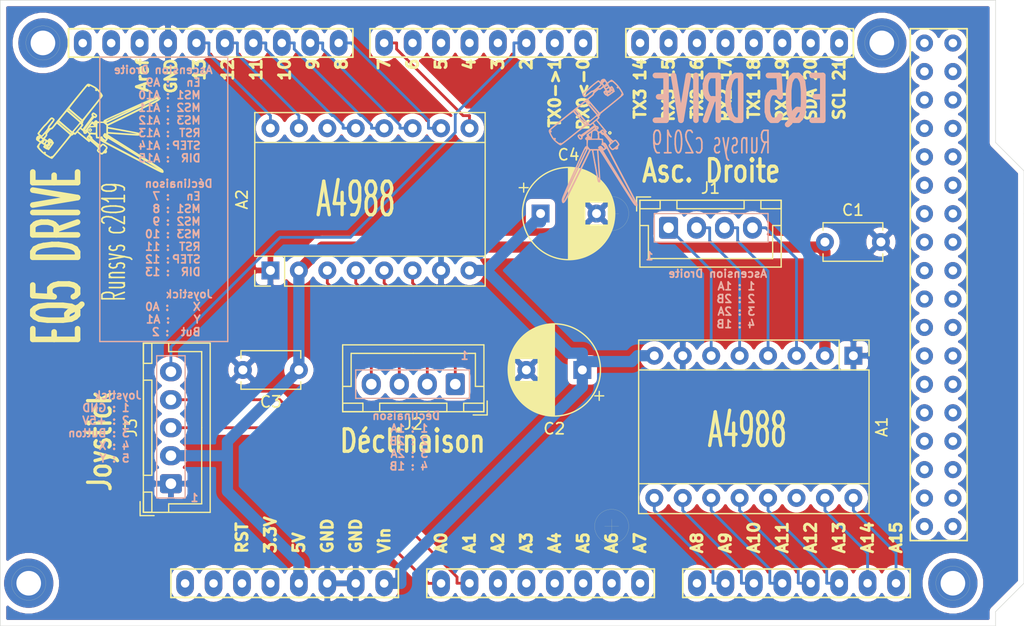
<source format=kicad_pcb>
(kicad_pcb (version 20171130) (host pcbnew 5.1.5-52549c5~84~ubuntu18.04.1)
  (layers (0 F.Cu signal) (31 B.Cu signal) (34 B.Paste user hide) (35 F.Paste user hide) (36 B.SilkS user) (37 F.SilkS user) (38 B.Mask user) (39 F.Mask user) (44 Edge.Cuts user))
  (net 0 "")
  (net 1 "Net-(SH1-Pad19)")
  (net 2 "Net-(SH1-Pad18)")
  (net 3 "Net-(SH1-Pad17)")
  (net 4 "Net-(SH1-Pad16)")
  (net 5 "Net-(SH1-Pad15)")
  (net 6 "Net-(SH1-Pad14)")
  (net 7 /13)
  (net 8 /12)
  (net 9 /11)
  (net 10 /10)
  (net 11 /9)
  (net 12 /8)
  (net 13 /7)
  (net 14 "Net-(SH1-Pad6)")
  (net 15 "Net-(SH1-Pad5)")
  (net 16 "Net-(SH1-Pad4)")
  (net 17 "Net-(SH1-Pad3)")
  (net 18 "Net-(SH1-Pad1)")
  (net 19 /A15)
  (net 20 /A14)
  (net 21 /A13)
  (net 22 /A12)
  (net 23 /A11)
  (net 24 /A10)
  (net 25 /A9)
  (net 26 "Net-(SH1-PadA8)")
  (net 27 "Net-(SH1-PadA7)")
  (net 28 "Net-(SH1-PadA6)")
  (net 29 "Net-(SH1-PadA5)")
  (net 30 "Net-(SH1-PadA4)")
  (net 31 "Net-(SH1-PadA3)")
  (net 32 "Net-(SH1-PadA2)")
  (net 33 "Net-(SH1-Pad21/2)")
  (net 34 "Net-(SH1-Pad20/2)")
  (net 35 "Net-(SH1-PadAREF)")
  (net 36 "Net-(SH1-Pad0)")
  (net 37 "Net-(SH1-Pad20/1)")
  (net 38 "Net-(SH1-Pad21/1)")
  (net 39 "Net-(SH1-Pad5V/3)")
  (net 40 "Net-(SH1-Pad5V/2)")
  (net 41 "Net-(SH1-Pad49)")
  (net 42 "Net-(SH1-Pad48)")
  (net 43 "Net-(SH1-Pad47)")
  (net 44 "Net-(SH1-Pad46)")
  (net 45 "Net-(SH1-Pad45)")
  (net 46 "Net-(SH1-Pad44)")
  (net 47 "Net-(SH1-Pad43)")
  (net 48 "Net-(SH1-Pad42)")
  (net 49 "Net-(SH1-Pad41)")
  (net 50 "Net-(SH1-Pad40)")
  (net 51 "Net-(SH1-Pad39)")
  (net 52 "Net-(SH1-Pad38)")
  (net 53 "Net-(SH1-Pad37)")
  (net 54 "Net-(SH1-Pad36)")
  (net 55 "Net-(SH1-Pad35)")
  (net 56 "Net-(SH1-Pad34)")
  (net 57 "Net-(SH1-Pad33)")
  (net 58 "Net-(SH1-Pad32)")
  (net 59 "Net-(SH1-Pad31)")
  (net 60 "Net-(SH1-Pad30)")
  (net 61 "Net-(SH1-Pad29)")
  (net 62 "Net-(SH1-Pad28)")
  (net 63 "Net-(SH1-Pad27)")
  (net 64 "Net-(SH1-Pad26)")
  (net 65 "Net-(SH1-Pad25)")
  (net 66 "Net-(SH1-Pad24)")
  (net 67 "Net-(SH1-Pad23)")
  (net 68 "Net-(SH1-Pad22)")
  (net 69 "Net-(SH1-Pad53)")
  (net 70 "Net-(SH1-Pad52)")
  (net 71 "Net-(SH1-Pad51)")
  (net 72 "Net-(SH1-Pad50)")
  (net 73 "Net-(SH1-PadGND4)")
  (net 74 "Net-(SH1-Pad3V3)")
  (net 75 "Net-(SH1-PadRST)")
  (net 76 "Net-(SH1-PadIREF)")
  (net 77 "Net-(SH1-PadNC)")
  (net 78 "Net-(A1-Pad3)")
  (net 79 "Net-(A1-Pad4)")
  (net 80 "Net-(A1-Pad5)")
  (net 81 "Net-(A1-Pad6)")
  (net 82 "Net-(A1-Pad14)")
  (net 83 "Net-(A2-Pad3)")
  (net 84 "Net-(A2-Pad4)")
  (net 85 "Net-(A2-Pad5)")
  (net 86 "Net-(A2-Pad6)")
  (net 87 "Net-(A2-Pad14)")
  (net 88 GND)
  (net 89 +5V)
  (net 90 +12V)
  (net 91 "Net-(J3-Pad3)")
  (net 92 "Net-(J3-Pad4)")
  (net 93 "Net-(J3-Pad5)")
  (module Connector_JST:JST_XH_B5B-XH-A_1x05_P2.50mm_Vertical (layer F.Cu) (at 106.68 105.41 90)
    (fp_text reference J3 (at 5 -3.55 90) (layer F.SilkS))
    (fp_text value Conn_01x05_Male)
    (pad 5 thru_hole oval (at 10 0 90) (size 1.7 1.95) (drill 0.95) (layers *.Cu *.Mask) (net 93 "Net-(J3-Pad5)"))
    (pad 4 thru_hole oval (at 7.5 0 90) (size 1.7 1.95) (drill 0.95) (layers *.Cu *.Mask) (net 92 "Net-(J3-Pad4)"))
    (pad 3 thru_hole oval (at 5 0 90) (size 1.7 1.95) (drill 0.95) (layers *.Cu *.Mask) (net 91 "Net-(J3-Pad3)"))
    (pad 2 thru_hole oval (at 2.5 0 90) (size 1.7 1.95) (drill 0.95) (layers *.Cu *.Mask) (net 89 +5V))
    (pad 1 thru_hole roundrect (at 0 0 90) (size 1.7 1.95) (drill 0.95) (layers *.Cu *.Mask) (roundrect_rratio 0.147059) (net 88 GND))
  )
  (module Connector_JST:JST_XH_B4B-XH-A_1x04_P2.50mm_Vertical (layer F.Cu) (at 132.08 96.52 180)
    (fp_text reference J2 (at 3.75 -3.55) (layer F.SilkS))
    (fp_text value Conn_01x04_Male)
    (pad 4 thru_hole oval (at 7.5 0 180) (size 1.7 1.95) (drill 0.95) (layers *.Cu *.Mask) (net 83 "Net-(A2-Pad3)"))
    (pad 3 thru_hole oval (at 5 0 180) (size 1.7 1.95) (drill 0.95) (layers *.Cu *.Mask) (net 84 "Net-(A2-Pad4)"))
    (pad 2 thru_hole oval (at 2.5 0 180) (size 1.7 1.95) (drill 0.95) (layers *.Cu *.Mask) (net 85 "Net-(A2-Pad5)"))
    (pad 1 thru_hole roundrect (at 0 0 180) (size 1.7 1.95) (drill 0.95) (layers *.Cu *.Mask) (roundrect_rratio 0.147059) (net 86 "Net-(A2-Pad6)"))
  )
  (module Connector_JST:JST_XH_B4B-XH-A_1x04_P2.50mm_Vertical (layer F.Cu) (at 151.13 82.55)
    (fp_text reference J1 (at 3.75 -3.55) (layer F.SilkS))
    (fp_text value Conn_01x04_Male)
    (pad 4 thru_hole oval (at 7.5 0) (size 1.7 1.95) (drill 0.95) (layers *.Cu *.Mask) (net 78 "Net-(A1-Pad3)"))
    (pad 3 thru_hole oval (at 5 0) (size 1.7 1.95) (drill 0.95) (layers *.Cu *.Mask) (net 79 "Net-(A1-Pad4)"))
    (pad 2 thru_hole oval (at 2.5 0) (size 1.7 1.95) (drill 0.95) (layers *.Cu *.Mask) (net 80 "Net-(A1-Pad5)"))
    (pad 1 thru_hole roundrect (at 0 0) (size 1.7 1.95) (drill 0.95) (layers *.Cu *.Mask) (roundrect_rratio 0.147059) (net 81 "Net-(A1-Pad6)"))
  )
  (module Capacitor_THT:C_Disc_D5.1mm_W3.2mm_P5.00mm (layer F.Cu) (at 118.11 95.25 180)
    (fp_text reference C3 (at 2.5 -2.85) (layer F.SilkS))
    (fp_text value 100n)
    (pad 2 thru_hole circle (at 5 0 180) (size 1.6 1.6) (drill 0.8) (layers *.Cu *.Mask) (net 88 GND))
    (pad 1 thru_hole circle (at 0 0 180) (size 1.6 1.6) (drill 0.8) (layers *.Cu *.Mask) (net 89 +5V))
  )
  (module Capacitor_THT:C_Disc_D5.1mm_W3.2mm_P5.00mm (layer F.Cu) (at 165.1 83.82)
    (fp_text reference C1 (at 2.5 -2.85) (layer F.SilkS))
    (fp_text value 100n)
    (pad 2 thru_hole circle (at 5 0) (size 1.6 1.6) (drill 0.8) (layers *.Cu *.Mask) (net 88 GND))
    (pad 1 thru_hole circle (at 0 0) (size 1.6 1.6) (drill 0.8) (layers *.Cu *.Mask) (net 89 +5V))
  )
  (module logo:tele (layer F.Cu) (at 146.05 74.93)
    (fp_text reference G1 hide)
    (fp_text value LOGO hide)
  )
  (module logo:tele (layer F.Cu) (at 100.33 73.66 90)
    (fp_text reference G0 hide)
    (fp_text value LOGO hide)
  )
  (module Capacitor_THT:CP_Radial_D8.0mm_P5.00mm (layer F.Cu) (at 139.7 81.28)
    (fp_text reference C4 (at 2.5 -5.25) (layer F.SilkS))
    (fp_text value 100u)
    (pad 2 thru_hole circle (at 5 0) (size 1.6 1.6) (drill 0.8) (layers *.Cu *.Mask) (net 88 GND))
    (pad 1 thru_hole rect (at 0 0) (size 1.6 1.6) (drill 0.8) (layers *.Cu *.Mask) (net 90 +12V))
  )
  (module Capacitor_THT:CP_Radial_D8.0mm_P5.00mm (layer F.Cu) (at 143.43 95.25 180)
    (fp_text reference C2 (at 2.5 -5.25) (layer F.SilkS))
    (fp_text value 100u)
    (pad 2 thru_hole circle (at 5 0 180) (size 1.6 1.6) (drill 0.8) (layers *.Cu *.Mask) (net 88 GND))
    (pad 1 thru_hole rect (at 0 0 180) (size 1.6 1.6) (drill 0.8) (layers *.Cu *.Mask) (net 90 +12V))
  )
  (module MountingHole:MountingHole_2.2mm_M2_Pad (layer F.Cu) (at 176.53 114.3)
    (fp_text reference REF2 hide)
    (fp_text value MountingHole_2.2mm_M2_Pad)
    (pad 1 thru_hole circle (at 0 0) (size 4.4 4.4) (drill 2.2) (layers *.Cu *.Mask))
  )
  (module MountingHole:MountingHole_2.2mm_M2_Pad (layer F.Cu) (at 170.18 66.04)
    (fp_text reference REF3 hide)
    (fp_text value MountingHole_2.2mm_M2_Pad)
    (pad 1 thru_hole circle (at 0 0) (size 4.4 4.4) (drill 2.2) (layers *.Cu *.Mask))
  )
  (module MountingHole:MountingHole_2.2mm_M2_Pad (layer F.Cu) (at 93.98 114.3)
    (fp_text reference REF1 hide)
    (fp_text value MountingHole_2.2mm_M2_Pad)
    (pad 1 thru_hole circle (at 0 0) (size 4.4 4.4) (drill 2.2) (layers *.Cu *.Mask))
  )
  (module MountingHole:MountingHole_2.2mm_M2_Pad (layer F.Cu) (at 95.25 66.04)
    (fp_text reference REF** hide)
    (fp_text value MountingHole_2.2mm_M2_Pad)
    (pad 1 thru_hole circle (at 0 0) (size 4.4 4.4) (drill 2.2) (layers *.Cu *.Mask))
  )
  (module Modules:Pololu_Breakout-16_15.2x20.3mm (layer F.Cu) (at 115.57 86.36 90)
    (fp_text reference A2 (at 6.35 -2.54 90) (layer F.SilkS))
    (fp_text value Pololu_Breakout_A4988)
    (pad 1 thru_hole rect (at 0 0 90) (size 1.6 1.6) (drill 0.8) (layers *.Cu *.Mask) (net 88 GND))
    (pad 9 thru_hole oval (at 12.7 17.78 90) (size 1.6 1.6) (drill 0.8) (layers *.Cu *.Mask) (net 13 /7))
    (pad 2 thru_hole oval (at 0 2.54 90) (size 1.6 1.6) (drill 0.8) (layers *.Cu *.Mask) (net 89 +5V))
    (pad 10 thru_hole oval (at 12.7 15.24 90) (size 1.6 1.6) (drill 0.8) (layers *.Cu *.Mask) (net 12 /8))
    (pad 3 thru_hole oval (at 0 5.08 90) (size 1.6 1.6) (drill 0.8) (layers *.Cu *.Mask) (net 83 "Net-(A2-Pad3)"))
    (pad 11 thru_hole oval (at 12.7 12.7 90) (size 1.6 1.6) (drill 0.8) (layers *.Cu *.Mask) (net 11 /9))
    (pad 4 thru_hole oval (at 0 7.62 90) (size 1.6 1.6) (drill 0.8) (layers *.Cu *.Mask) (net 84 "Net-(A2-Pad4)"))
    (pad 12 thru_hole oval (at 12.7 10.16 90) (size 1.6 1.6) (drill 0.8) (layers *.Cu *.Mask) (net 10 /10))
    (pad 5 thru_hole oval (at 0 10.16 90) (size 1.6 1.6) (drill 0.8) (layers *.Cu *.Mask) (net 85 "Net-(A2-Pad5)"))
    (pad 13 thru_hole oval (at 12.7 7.62 90) (size 1.6 1.6) (drill 0.8) (layers *.Cu *.Mask) (net 9 /11))
    (pad 6 thru_hole oval (at 0 12.7 90) (size 1.6 1.6) (drill 0.8) (layers *.Cu *.Mask) (net 86 "Net-(A2-Pad6)"))
    (pad 14 thru_hole oval (at 12.7 5.08 90) (size 1.6 1.6) (drill 0.8) (layers *.Cu *.Mask) (net 87 "Net-(A2-Pad14)"))
    (pad 7 thru_hole oval (at 0 15.24 90) (size 1.6 1.6) (drill 0.8) (layers *.Cu *.Mask) (net 88 GND))
    (pad 15 thru_hole oval (at 12.7 2.54 90) (size 1.6 1.6) (drill 0.8) (layers *.Cu *.Mask) (net 8 /12))
    (pad 8 thru_hole oval (at 0 17.78 90) (size 1.6 1.6) (drill 0.8) (layers *.Cu *.Mask) (net 90 +12V))
    (pad 16 thru_hole oval (at 12.7 0 90) (size 1.6 1.6) (drill 0.8) (layers *.Cu *.Mask) (net 7 /13))
  )
  (module Modules:Pololu_Breakout-16_15.2x20.3mm (layer F.Cu) (at 167.64 93.98 270)
    (fp_text reference A1 (at 6.35 -2.54 90) (layer F.SilkS))
    (fp_text value Pololu_Breakout_A4988)
    (pad 1 thru_hole rect (at 0 0 270) (size 1.6 1.6) (drill 0.8) (layers *.Cu *.Mask) (net 88 GND))
    (pad 9 thru_hole oval (at 12.7 17.78 270) (size 1.6 1.6) (drill 0.8) (layers *.Cu *.Mask) (net 25 /A9))
    (pad 2 thru_hole oval (at 0 2.54 270) (size 1.6 1.6) (drill 0.8) (layers *.Cu *.Mask) (net 89 +5V))
    (pad 10 thru_hole oval (at 12.7 15.24 270) (size 1.6 1.6) (drill 0.8) (layers *.Cu *.Mask) (net 24 /A10))
    (pad 3 thru_hole oval (at 0 5.08 270) (size 1.6 1.6) (drill 0.8) (layers *.Cu *.Mask) (net 78 "Net-(A1-Pad3)"))
    (pad 11 thru_hole oval (at 12.7 12.7 270) (size 1.6 1.6) (drill 0.8) (layers *.Cu *.Mask) (net 23 /A11))
    (pad 4 thru_hole oval (at 0 7.62 270) (size 1.6 1.6) (drill 0.8) (layers *.Cu *.Mask) (net 79 "Net-(A1-Pad4)"))
    (pad 12 thru_hole oval (at 12.7 10.16 270) (size 1.6 1.6) (drill 0.8) (layers *.Cu *.Mask) (net 22 /A12))
    (pad 5 thru_hole oval (at 0 10.16 270) (size 1.6 1.6) (drill 0.8) (layers *.Cu *.Mask) (net 80 "Net-(A1-Pad5)"))
    (pad 13 thru_hole oval (at 12.7 7.62 270) (size 1.6 1.6) (drill 0.8) (layers *.Cu *.Mask) (net 21 /A13))
    (pad 6 thru_hole oval (at 0 12.7 270) (size 1.6 1.6) (drill 0.8) (layers *.Cu *.Mask) (net 81 "Net-(A1-Pad6)"))
    (pad 14 thru_hole oval (at 12.7 5.08 270) (size 1.6 1.6) (drill 0.8) (layers *.Cu *.Mask) (net 82 "Net-(A1-Pad14)"))
    (pad 7 thru_hole oval (at 0 15.24 270) (size 1.6 1.6) (drill 0.8) (layers *.Cu *.Mask) (net 88 GND))
    (pad 15 thru_hole oval (at 12.7 2.54 270) (size 1.6 1.6) (drill 0.8) (layers *.Cu *.Mask) (net 20 /A14))
    (pad 8 thru_hole oval (at 0 17.78 270) (size 1.6 1.6) (drill 0.8) (layers *.Cu *.Mask) (net 90 +12V))
    (pad 16 thru_hole oval (at 12.7 0 270) (size 1.6 1.6) (drill 0.8) (layers *.Cu *.Mask) (net 19 /A15))
  )
  (module SHIELD_ARDUINO:ARDUINO_MEGA_2560_R3_ELL (layer F.Cu) (at 130.81 90.17)
    (fp_text reference SH1 hide)
    (fp_text value ARDUINO_MEGA hide)
    (pad 19 thru_hole oval (at 30.48 -24.13) (size 1.5748 2.286) (drill 0.762) (layers *.Cu *.Mask) (net 1 "Net-(SH1-Pad19)"))
    (pad 18 thru_hole oval (at 27.94 -24.13) (size 1.5748 2.286) (drill 0.762) (layers *.Cu *.Mask) (net 2 "Net-(SH1-Pad18)"))
    (pad 17 thru_hole oval (at 25.4 -24.13) (size 1.5748 2.286) (drill 0.762) (layers *.Cu *.Mask) (net 3 "Net-(SH1-Pad17)"))
    (pad 16 thru_hole oval (at 22.86 -24.13) (size 1.5748 2.286) (drill 0.762) (layers *.Cu *.Mask) (net 4 "Net-(SH1-Pad16)"))
    (pad 15 thru_hole oval (at 20.32 -24.13) (size 1.5748 2.286) (drill 0.762) (layers *.Cu *.Mask) (net 5 "Net-(SH1-Pad15)"))
    (pad 14 thru_hole oval (at 17.78 -24.13) (size 1.5748 2.286) (drill 0.762) (layers *.Cu *.Mask) (net 6 "Net-(SH1-Pad14)"))
    (pad 13 thru_hole oval (at -21.844 -24.13) (size 1.5748 2.286) (drill 0.762) (layers *.Cu *.Mask) (net 7 /13))
    (pad 12 thru_hole oval (at -19.304 -24.13) (size 1.5748 2.286) (drill 0.762) (layers *.Cu *.Mask) (net 8 /12))
    (pad 11 thru_hole oval (at -16.764 -24.13) (size 1.5748 2.286) (drill 0.762) (layers *.Cu *.Mask) (net 9 /11))
    (pad 10 thru_hole oval (at -14.224 -24.13) (size 1.5748 2.286) (drill 0.762) (layers *.Cu *.Mask) (net 10 /10))
    (pad 9 thru_hole oval (at -11.684 -24.13) (size 1.5748 2.286) (drill 0.762) (layers *.Cu *.Mask) (net 11 /9))
    (pad 8 thru_hole oval (at -9.144 -24.13) (size 1.5748 2.286) (drill 0.762) (layers *.Cu *.Mask) (net 12 /8))
    (pad 7 thru_hole oval (at -5.08 -24.13) (size 1.5748 2.286) (drill 0.762) (layers *.Cu *.Mask) (net 13 /7))
    (pad 6 thru_hole oval (at -2.54 -24.13) (size 1.5748 2.286) (drill 0.762) (layers *.Cu *.Mask) (net 14 "Net-(SH1-Pad6)"))
    (pad 5 thru_hole oval (at 0 -24.13) (size 1.5748 2.286) (drill 0.762) (layers *.Cu *.Mask) (net 15 "Net-(SH1-Pad5)"))
    (pad 4 thru_hole oval (at 2.54 -24.13) (size 1.5748 2.286) (drill 0.762) (layers *.Cu *.Mask) (net 16 "Net-(SH1-Pad4)"))
    (pad 3 thru_hole oval (at 5.08 -24.13) (size 1.5748 2.286) (drill 0.762) (layers *.Cu *.Mask) (net 17 "Net-(SH1-Pad3)"))
    (pad 2 thru_hole oval (at 7.62 -24.13) (size 1.5748 2.286) (drill 0.762) (layers *.Cu *.Mask) (net 93 "Net-(J3-Pad5)"))
    (pad 1 thru_hole oval (at 10.16 -24.13) (size 1.5748 2.286) (drill 0.762) (layers *.Cu *.Mask) (net 18 "Net-(SH1-Pad1)"))
    (pad A15 thru_hole oval (at 40.64 24.13) (size 1.5748 2.286) (drill 0.762) (layers *.Cu *.Mask) (net 19 /A15))
    (pad A14 thru_hole oval (at 38.1 24.13) (size 1.5748 2.286) (drill 0.762) (layers *.Cu *.Mask) (net 20 /A14))
    (pad A13 thru_hole oval (at 35.56 24.13) (size 1.5748 2.286) (drill 0.762) (layers *.Cu *.Mask) (net 21 /A13))
    (pad A12 thru_hole oval (at 33.02 24.13) (size 1.5748 2.286) (drill 0.762) (layers *.Cu *.Mask) (net 22 /A12))
    (pad A11 thru_hole oval (at 30.48 24.13) (size 1.5748 2.286) (drill 0.762) (layers *.Cu *.Mask) (net 23 /A11))
    (pad A10 thru_hole oval (at 27.94 24.13) (size 1.5748 2.286) (drill 0.762) (layers *.Cu *.Mask) (net 24 /A10))
    (pad A9 thru_hole oval (at 25.4 24.13) (size 1.5748 2.286) (drill 0.762) (layers *.Cu *.Mask) (net 25 /A9))
    (pad A8 thru_hole oval (at 22.86 24.13) (size 1.5748 2.286) (drill 0.762) (layers *.Cu *.Mask) (net 26 "Net-(SH1-PadA8)"))
    (pad A7 thru_hole oval (at 17.78 24.13) (size 1.5748 2.286) (drill 0.762) (layers *.Cu *.Mask) (net 27 "Net-(SH1-PadA7)"))
    (pad A6 thru_hole oval (at 15.24 24.13) (size 1.5748 2.286) (drill 0.762) (layers *.Cu *.Mask) (net 28 "Net-(SH1-PadA6)"))
    (pad A5 thru_hole oval (at 12.7 24.13) (size 1.5748 2.286) (drill 0.762) (layers *.Cu *.Mask) (net 29 "Net-(SH1-PadA5)"))
    (pad A4 thru_hole oval (at 10.16 24.13) (size 1.5748 2.286) (drill 0.762) (layers *.Cu *.Mask) (net 30 "Net-(SH1-PadA4)"))
    (pad A3 thru_hole oval (at 7.62 24.13) (size 1.5748 2.286) (drill 0.762) (layers *.Cu *.Mask) (net 31 "Net-(SH1-PadA3)"))
    (pad A2 thru_hole oval (at 5.08 24.13) (size 1.5748 2.286) (drill 0.762) (layers *.Cu *.Mask) (net 32 "Net-(SH1-PadA2)"))
    (pad A1 thru_hole oval (at 2.54 24.13) (size 1.5748 2.286) (drill 0.762) (layers *.Cu *.Mask) (net 92 "Net-(J3-Pad4)"))
    (pad 21/2 thru_hole oval (at -32.004 -24.1173) (size 1.5748 2.286) (drill 0.762) (layers *.Cu *.Mask) (net 33 "Net-(SH1-Pad21/2)"))
    (pad 20/2 thru_hole oval (at -29.464 -24.1173) (size 1.5748 2.286) (drill 0.762) (layers *.Cu *.Mask) (net 34 "Net-(SH1-Pad20/2)"))
    (pad AREF thru_hole oval (at -26.924 -24.1173) (size 1.5748 2.286) (drill 0.762) (layers *.Cu *.Mask) (net 35 "Net-(SH1-PadAREF)"))
    (pad GND3 thru_hole oval (at -24.384 -24.1173) (size 1.5748 2.286) (drill 0.762) (layers *.Cu *.Mask) (net 88 GND))
    (pad 0 thru_hole oval (at 12.7 -24.1173) (size 1.5748 2.286) (drill 0.762) (layers *.Cu *.Mask) (net 36 "Net-(SH1-Pad0)"))
    (pad 20/1 thru_hole oval (at 33.02 -24.1173) (size 1.5748 2.286) (drill 0.762) (layers *.Cu *.Mask) (net 37 "Net-(SH1-Pad20/1)"))
    (pad 21/1 thru_hole oval (at 35.56 -24.1173) (size 1.5748 2.286) (drill 0.762) (layers *.Cu *.Mask) (net 38 "Net-(SH1-Pad21/1)"))
    (pad 5V/3 thru_hole circle (at 45.72 -24.1173) (size 1.524 1.524) (drill 0.762) (layers *.Cu *.Mask) (net 39 "Net-(SH1-Pad5V/3)"))
    (pad 5V/2 thru_hole circle (at 43.18 -24.1173) (size 1.524 1.524) (drill 0.762) (layers *.Cu *.Mask) (net 40 "Net-(SH1-Pad5V/2)"))
    (pad 49 thru_hole circle (at 45.72 11.4427) (size 1.524 1.524) (drill 0.762) (layers *.Cu *.Mask) (net 41 "Net-(SH1-Pad49)"))
    (pad 48 thru_hole circle (at 43.18 11.4427) (size 1.524 1.524) (drill 0.762) (layers *.Cu *.Mask) (net 42 "Net-(SH1-Pad48)"))
    (pad 47 thru_hole circle (at 45.72 8.9027) (size 1.524 1.524) (drill 0.762) (layers *.Cu *.Mask) (net 43 "Net-(SH1-Pad47)"))
    (pad 46 thru_hole circle (at 43.18 8.9027) (size 1.524 1.524) (drill 0.762) (layers *.Cu *.Mask) (net 44 "Net-(SH1-Pad46)"))
    (pad 45 thru_hole circle (at 45.72 6.3627) (size 1.524 1.524) (drill 0.762) (layers *.Cu *.Mask) (net 45 "Net-(SH1-Pad45)"))
    (pad 44 thru_hole circle (at 43.18 6.3627) (size 1.524 1.524) (drill 0.762) (layers *.Cu *.Mask) (net 46 "Net-(SH1-Pad44)"))
    (pad 43 thru_hole circle (at 45.72 3.8227) (size 1.524 1.524) (drill 0.762) (layers *.Cu *.Mask) (net 47 "Net-(SH1-Pad43)"))
    (pad 42 thru_hole circle (at 43.18 3.8227) (size 1.524 1.524) (drill 0.762) (layers *.Cu *.Mask) (net 48 "Net-(SH1-Pad42)"))
    (pad 41 thru_hole circle (at 45.72 1.2827) (size 1.524 1.524) (drill 0.762) (layers *.Cu *.Mask) (net 49 "Net-(SH1-Pad41)"))
    (pad 40 thru_hole circle (at 43.18 1.2827) (size 1.524 1.524) (drill 0.762) (layers *.Cu *.Mask) (net 50 "Net-(SH1-Pad40)"))
    (pad 39 thru_hole circle (at 45.72 -1.2573) (size 1.524 1.524) (drill 0.762) (layers *.Cu *.Mask) (net 51 "Net-(SH1-Pad39)"))
    (pad 38 thru_hole circle (at 43.18 -1.2573) (size 1.524 1.524) (drill 0.762) (layers *.Cu *.Mask) (net 52 "Net-(SH1-Pad38)"))
    (pad 37 thru_hole circle (at 45.72 -3.7973) (size 1.524 1.524) (drill 0.762) (layers *.Cu *.Mask) (net 53 "Net-(SH1-Pad37)"))
    (pad 36 thru_hole circle (at 43.18 -3.7973) (size 1.524 1.524) (drill 0.762) (layers *.Cu *.Mask) (net 54 "Net-(SH1-Pad36)"))
    (pad 35 thru_hole circle (at 45.72 -6.3373) (size 1.524 1.524) (drill 0.762) (layers *.Cu *.Mask) (net 55 "Net-(SH1-Pad35)"))
    (pad 34 thru_hole circle (at 43.18 -6.3373) (size 1.524 1.524) (drill 0.762) (layers *.Cu *.Mask) (net 56 "Net-(SH1-Pad34)"))
    (pad 33 thru_hole circle (at 45.72 -8.8773) (size 1.524 1.524) (drill 0.762) (layers *.Cu *.Mask) (net 57 "Net-(SH1-Pad33)"))
    (pad 32 thru_hole circle (at 43.18 -8.8773) (size 1.524 1.524) (drill 0.762) (layers *.Cu *.Mask) (net 58 "Net-(SH1-Pad32)"))
    (pad 31 thru_hole circle (at 45.72 -11.4173) (size 1.524 1.524) (drill 0.762) (layers *.Cu *.Mask) (net 59 "Net-(SH1-Pad31)"))
    (pad 30 thru_hole circle (at 43.18 -11.4173) (size 1.524 1.524) (drill 0.762) (layers *.Cu *.Mask) (net 60 "Net-(SH1-Pad30)"))
    (pad 29 thru_hole circle (at 45.72 -13.9573) (size 1.524 1.524) (drill 0.762) (layers *.Cu *.Mask) (net 61 "Net-(SH1-Pad29)"))
    (pad 28 thru_hole circle (at 43.18 -13.9573) (size 1.524 1.524) (drill 0.762) (layers *.Cu *.Mask) (net 62 "Net-(SH1-Pad28)"))
    (pad 27 thru_hole circle (at 45.72 -16.4973) (size 1.524 1.524) (drill 0.762) (layers *.Cu *.Mask) (net 63 "Net-(SH1-Pad27)"))
    (pad 26 thru_hole circle (at 43.18 -16.4973) (size 1.524 1.524) (drill 0.762) (layers *.Cu *.Mask) (net 64 "Net-(SH1-Pad26)"))
    (pad 25 thru_hole circle (at 45.72 -19.0373) (size 1.524 1.524) (drill 0.762) (layers *.Cu *.Mask) (net 65 "Net-(SH1-Pad25)"))
    (pad 24 thru_hole circle (at 43.18 -19.0373) (size 1.524 1.524) (drill 0.762) (layers *.Cu *.Mask) (net 66 "Net-(SH1-Pad24)"))
    (pad 23 thru_hole circle (at 45.72 -21.5773) (size 1.524 1.524) (drill 0.762) (layers *.Cu *.Mask) (net 67 "Net-(SH1-Pad23)"))
    (pad 22 thru_hole circle (at 43.18 -21.5773) (size 1.524 1.524) (drill 0.762) (layers *.Cu *.Mask) (net 68 "Net-(SH1-Pad22)"))
    (pad 53 thru_hole circle (at 45.72 16.5227) (size 1.524 1.524) (drill 0.762) (layers *.Cu *.Mask) (net 69 "Net-(SH1-Pad53)"))
    (pad 52 thru_hole circle (at 43.18 16.5227) (size 1.524 1.524) (drill 0.762) (layers *.Cu *.Mask) (net 70 "Net-(SH1-Pad52)"))
    (pad 51 thru_hole circle (at 45.72 13.9827) (size 1.524 1.524) (drill 0.762) (layers *.Cu *.Mask) (net 71 "Net-(SH1-Pad51)"))
    (pad 50 thru_hole circle (at 43.18 13.9827) (size 1.524 1.524) (drill 0.762) (layers *.Cu *.Mask) (net 72 "Net-(SH1-Pad50)"))
    (pad GND5 thru_hole circle (at 45.72 19.0627) (size 1.524 1.524) (drill 0.762) (layers *.Cu *.Mask))
    (pad GND4 thru_hole circle (at 43.18 19.0627) (size 1.524 1.524) (drill 0.762) (layers *.Cu *.Mask) (net 73 "Net-(SH1-PadGND4)"))
    (pad A0 thru_hole oval (at 0 24.1427) (size 1.5748 2.286) (drill 0.762) (layers *.Cu *.Mask) (net 91 "Net-(J3-Pad3)"))
    (pad VIN thru_hole oval (at -5.08 24.1427) (size 1.5748 2.286) (drill 0.762) (layers *.Cu *.Mask) (net 90 +12V))
    (pad GND2 thru_hole oval (at -7.62 24.1427) (size 1.5748 2.286) (drill 0.762) (layers *.Cu *.Mask) (net 88 GND))
    (pad GND1 thru_hole oval (at -10.16 24.1427) (size 1.5748 2.286) (drill 0.762) (layers *.Cu *.Mask) (net 88 GND))
    (pad 5V/1 thru_hole oval (at -12.7 24.1427) (size 1.5748 2.286) (drill 0.762) (layers *.Cu *.Mask) (net 89 +5V))
    (pad 3V3 thru_hole oval (at -15.24 24.1427) (size 1.5748 2.286) (drill 0.762) (layers *.Cu *.Mask) (net 74 "Net-(SH1-Pad3V3)"))
    (pad RST thru_hole oval (at -17.78 24.1427) (size 1.5748 2.286) (drill 0.762) (layers *.Cu *.Mask) (net 75 "Net-(SH1-PadRST)"))
    (pad IREF thru_hole oval (at -20.32 24.1427) (size 1.5748 2.286) (drill 0.762) (layers *.Cu *.Mask) (net 76 "Net-(SH1-PadIREF)"))
    (pad NC thru_hole oval (at -22.86 24.1427) (size 1.5748 2.286) (drill 0.762) (layers *.Cu *.Mask) (net 77 "Net-(SH1-PadNC)"))
  )
  (gr_line (start 111.76 67.31) (end 111.76 92.71) (layer B.SilkS) (width 0.12))
  (gr_line (start 100.33 67.31) (end 111.76 67.31) (layer B.SilkS) (width 0.12))
  (gr_line (start 100.33 92.71) (end 100.33 67.31) (layer B.SilkS) (width 0.12))
  (gr_line (start 111.76 92.71) (end 100.33 92.71) (layer B.SilkS) (width 0.12))
  (gr_line (start 180.34 118.11) (end 180.34 116.84) (layer Edge.Cuts) (width 0.05))
  (gr_line (start 180.34 118.11) (end 91.44 118.11) (layer Edge.Cuts) (width 0.05))
  (gr_line (start 182.88 77.47) (end 182.88 81.28) (layer Edge.Cuts) (width 0.05))
  (gr_line (start 180.34 74.93) (end 182.88 77.47) (layer Edge.Cuts) (width 0.05))
  (gr_line (start 180.34 62.23) (end 180.34 74.93) (layer Edge.Cuts) (width 0.05))
  (gr_line (start 182.88 114.3) (end 182.88 81.28) (layer Edge.Cuts) (width 0.05))
  (gr_line (start 180.34 116.84) (end 182.88 114.3) (layer Edge.Cuts) (width 0.05))
  (gr_text "\n: 7\n: 8\n: 9\n: 10\n: 11  \n: 12\n: 13" (at 106.68 82.55) (layer B.SilkS) (effects (font (size 0.7 0.7)) (justify left mirror)))
  (gr_text "\n: A9\n: A10\n: A11\n: A12\n: A13  \n: A14\n: A15" (at 106.68 72.39) (layer B.SilkS) (effects (font (size 0.7 0.7)) (justify left mirror)))
  (gr_text 1 (at 109.22 106.68) (layer B.SilkS) (effects (font (size 0.7 0.7)) (justify left mirror)))
  (gr_text 1 (at 149.86 85.09) (layer B.SilkS) (effects (font (size 0.7 0.7)) (justify left mirror)))
  (gr_text 1 (at 133.35 93.98) (layer B.SilkS) (effects (font (size 0.7 0.7)) (justify left mirror)))
  (gr_text "Joystick\n  1 : GND\n  2 : +5V\n  3 : Button\n  4 : X\n  5 : Y\n" (at 104.14 100.33) (layer B.SilkS) (effects (font (size 0.7 0.7)) (justify left mirror)))
  (gr_text "Déclinaison\n  En\n  MS1\n  MS2\n  MS3\n  RST\n  STEP\n  DIR" (at 110.49 82.55) (layer B.SilkS) (effects (font (size 0.7 0.7)) (justify left mirror)))
  (gr_text "Ascension Droite\n  En\n  MS1\n  MS2\n  MS3\n  RST  \n  STEP\n  DIR" (at 110.49 72.39) (layer B.SilkS) (effects (font (size 0.7 0.7)) (justify left mirror)))
  (gr_text "Joystick\n  X    : A0\n  Y    : A1\n  But  : 2\n" (at 110.49 90.17) (layer B.SilkS) (effects (font (size 0.7 0.7)) (justify left mirror)))
  (gr_line (start 105.41 106.68) (end 107.95 106.68) (layer B.SilkS) (width 0.12))
  (gr_line (start 107.95 106.68) (end 107.95 93.98) (layer B.SilkS) (width 0.12))
  (gr_line (start 105.41 93.98) (end 105.41 106.68) (layer B.SilkS) (width 0.12))
  (gr_line (start 107.95 93.98) (end 105.41 93.98) (layer B.SilkS) (width 0.12))
  (gr_line (start 160.02 83.82) (end 160.02 81.28) (layer B.SilkS) (width 0.12))
  (gr_line (start 149.86 83.82) (end 160.02 83.82) (layer B.SilkS) (width 0.12))
  (gr_line (start 149.86 81.28) (end 149.86 83.82) (layer B.SilkS) (width 0.12))
  (gr_line (start 160.02 81.28) (end 149.86 81.28) (layer B.SilkS) (width 0.12))
  (gr_line (start 133.35 95.25) (end 123.19 95.25) (layer B.SilkS) (width 0.12))
  (gr_line (start 133.35 97.79) (end 133.35 95.25) (layer B.SilkS) (width 0.12))
  (gr_line (start 123.19 97.79) (end 133.35 97.79) (layer B.SilkS) (width 0.12))
  (gr_line (start 123.19 95.25) (end 123.19 97.79) (layer B.SilkS) (width 0.12))
  (gr_text "Runsys c2019" (at 154.94 74.93) (layer B.SilkS) (effects (font (size 2 1)) (justify mirror)))
  (gr_text "EQ5 DRIVE" (at 157.48 71.12) (layer B.SilkS) (effects (font (size 4 2) (thickness 0.5)) (justify mirror)))
  (gr_text "Déclinaison\n  1 : 1A\n  2 : 2B\n  3 : 2A\n  4 : 1B" (at 130.81 101.6) (layer B.SilkS) (effects (font (size 0.7 0.7)) (justify left mirror)))
  (gr_text "Ascension Droite\n  1 : 1A\n  2 : 2B\n  3 : 2A\n  4 : 1B" (at 160.02 88.9) (layer B.SilkS) (effects (font (size 0.7 0.7)) (justify left mirror)))
  (gr_text A4988 (at 158.159828 100.618087) (layer F.SilkS) (effects (font (size 3 1.5) (thickness 0.3))))
  (gr_text A4988 (at 123.19 80.01) (layer F.SilkS) (effects (font (size 3 1.5) (thickness 0.3))))
  (gr_text 8 (at 121.92 67.31 90) (layer F.SilkS) (effects (font (size 1 1) (thickness 0.25)) (justify right)))
  (gr_text 9 (at 119.38 67.31 90) (layer F.SilkS) (effects (font (size 1 1) (thickness 0.25)) (justify right)))
  (gr_text 10 (at 116.84 67.31 90) (layer F.SilkS) (effects (font (size 1 1) (thickness 0.25)) (justify right)))
  (gr_text 11 (at 114.3 67.31 90) (layer F.SilkS) (effects (font (size 1 1) (thickness 0.25)) (justify right)))
  (gr_text 12 (at 111.76 67.31 90) (layer F.SilkS) (effects (font (size 1 1) (thickness 0.25)) (justify right)))
  (gr_text 13 (at 109.22 67.31 90) (layer F.SilkS) (effects (font (size 1 1) (thickness 0.25)) (justify right)))
  (gr_text "GND\n" (at 106.68 67.31 90) (layer F.SilkS) (effects (font (size 1 1) (thickness 0.25)) (justify right)))
  (gr_text Aref (at 104.14 67.31 90) (layer F.SilkS) (effects (font (size 1 1) (thickness 0.25)) (justify right)))
  (gr_text "SCL 21\n" (at 166.37 67.31 90) (layer F.SilkS) (effects (font (size 1 1) (thickness 0.25)) (justify right)))
  (gr_text "SDA 20" (at 163.83 67.31 90) (layer F.SilkS) (effects (font (size 1 1) (thickness 0.25)) (justify right)))
  (gr_text "RX1 19" (at 161.29 67.31 90) (layer F.SilkS) (effects (font (size 1 1) (thickness 0.25)) (justify right)))
  (gr_text "TX1 18" (at 158.75 67.31 90) (layer F.SilkS) (effects (font (size 1 1) (thickness 0.25)) (justify right)))
  (gr_text "RX2 17" (at 156.21 67.31 90) (layer F.SilkS) (effects (font (size 1 1) (thickness 0.25)) (justify right)))
  (gr_text "TX2 16" (at 153.67 67.31 90) (layer F.SilkS) (effects (font (size 1 1) (thickness 0.25)) (justify right)))
  (gr_text "RX3 15" (at 151.13 67.31 90) (layer F.SilkS) (effects (font (size 1 1) (thickness 0.25)) (justify right)))
  (gr_text "TX3 14" (at 148.59 67.31 90) (layer F.SilkS) (effects (font (size 1 1) (thickness 0.25)) (justify right)))
  (gr_text RX0<-0 (at 143.51 67.31 90) (layer F.SilkS) (effects (font (size 1 1) (thickness 0.25)) (justify right)))
  (gr_text TX0->1 (at 140.97 67.31 90) (layer F.SilkS) (effects (font (size 1 1) (thickness 0.25)) (justify right)))
  (gr_text 2 (at 138.43 67.31 90) (layer F.SilkS) (effects (font (size 1 1) (thickness 0.25)) (justify right)))
  (gr_text 3 (at 135.89 67.31 90) (layer F.SilkS) (effects (font (size 1 1) (thickness 0.25)) (justify right)))
  (gr_text 4 (at 133.35 67.31 90) (layer F.SilkS) (effects (font (size 1 1) (thickness 0.25)) (justify right)))
  (gr_text 5 (at 130.81 67.31 90) (layer F.SilkS) (effects (font (size 1 1) (thickness 0.25)) (justify right)))
  (gr_text "6\n" (at 128.27 67.31 90) (layer F.SilkS) (effects (font (size 1 1) (thickness 0.25)) (justify right)))
  (gr_text 7 (at 125.73 67.31 90) (layer F.SilkS) (effects (font (size 1 1) (thickness 0.25)) (justify right)))
  (gr_text A15 (at 171.45 111.76 90) (layer F.SilkS) (effects (font (size 1 1) (thickness 0.25)) (justify left)))
  (gr_text "A14\n" (at 168.91 111.76 90) (layer F.SilkS) (effects (font (size 1 1) (thickness 0.25)) (justify left)))
  (gr_text A13 (at 166.37 111.76 90) (layer F.SilkS) (effects (font (size 1 1) (thickness 0.25)) (justify left)))
  (gr_text "A12\n" (at 163.83 111.76 90) (layer F.SilkS) (effects (font (size 1 1) (thickness 0.25)) (justify left)))
  (gr_text A11 (at 161.29 111.76 90) (layer F.SilkS) (effects (font (size 1 1) (thickness 0.25)) (justify left)))
  (gr_text A10 (at 158.75 111.76 90) (layer F.SilkS) (effects (font (size 1 1) (thickness 0.25)) (justify left)))
  (gr_text A9 (at 156.21 111.76 90) (layer F.SilkS) (effects (font (size 1 1) (thickness 0.25)) (justify left)))
  (gr_text A8 (at 153.67 111.76 90) (layer F.SilkS) (effects (font (size 1 1) (thickness 0.25)) (justify left)))
  (gr_text "A7\n" (at 148.59 111.76 90) (layer F.SilkS) (effects (font (size 1 1) (thickness 0.25)) (justify left)))
  (gr_text A6 (at 146.05 111.76 90) (layer F.SilkS) (effects (font (size 1 1) (thickness 0.25)) (justify left)))
  (gr_text A5 (at 143.51 111.76 90) (layer F.SilkS) (effects (font (size 1 1) (thickness 0.25)) (justify left)))
  (gr_text A4 (at 140.97 111.76 90) (layer F.SilkS) (effects (font (size 1 1) (thickness 0.25)) (justify left)))
  (gr_text "A3\n" (at 138.43 111.76 90) (layer F.SilkS) (effects (font (size 1 1) (thickness 0.25)) (justify left)))
  (gr_text A2 (at 135.89 111.76 90) (layer F.SilkS) (effects (font (size 1 1) (thickness 0.25)) (justify left)))
  (gr_text A1 (at 133.35 111.76 90) (layer F.SilkS) (effects (font (size 1 1) (thickness 0.25)) (justify left)))
  (gr_text A0 (at 130.81 111.76 90) (layer F.SilkS) (effects (font (size 1 1) (thickness 0.25)) (justify left)))
  (gr_text "RST\n" (at 113.03 111.76 90) (layer F.SilkS) (effects (font (size 1 1) (thickness 0.25)) (justify left)))
  (gr_text 3.3V (at 115.57 111.76 90) (layer F.SilkS) (effects (font (size 1 1) (thickness 0.25)) (justify left)))
  (gr_text 5V (at 118.11 111.76 90) (layer F.SilkS) (effects (font (size 1 1) (thickness 0.25)) (justify left)))
  (gr_text Vin (at 125.73 111.76 90) (layer F.SilkS) (effects (font (size 1 1) (thickness 0.25)) (justify left)))
  (gr_text GND (at 120.65 111.76 90) (layer F.SilkS) (effects (font (size 1 1) (thickness 0.25)) (justify left)))
  (gr_text GND (at 123.19 111.76 90) (layer F.SilkS) (effects (font (size 1 1) (thickness 0.25)) (justify left)))
  (gr_text Joystick (at 100.33 101.6 90) (layer F.SilkS) (effects (font (size 2 1.5) (thickness 0.3))))
  (gr_text Déclinaison (at 128.27 101.6) (layer F.SilkS) (effects (font (size 2 1.5) (thickness 0.3))))
  (gr_text "Asc. Droite" (at 154.94 77.47) (layer F.SilkS) (effects (font (size 2 1.5) (thickness 0.3))))
  (gr_text "Runsys c2019" (at 101.6 83.82 90) (layer F.SilkS) (effects (font (size 2 1))))
  (gr_text "EQ5 DRIVE" (at 96.52 85.09 90) (layer F.SilkS) (effects (font (size 4 2) (thickness 0.5))))
  (gr_line (start 91.44 118.11) (end 91.44 62.23) (layer Edge.Cuts) (width 0.05))
  (gr_line (start 91.44 62.23) (end 180.34 62.23) (layer Edge.Cuts) (width 0.05))
  (segment (start 115.57 73.66) (end 115.57 72.5347) (width 0.25) (layer B.Cu) (net 7))
  (segment (start 108.966 66.04) (end 110.0787 66.04) (width 0.25) (layer B.Cu) (net 7))
  (segment (start 110.0787 66.04) (end 110.0787 67.0434) (width 0.25) (layer B.Cu) (net 7))
  (segment (start 110.0787 67.0434) (end 115.57 72.5347) (width 0.25) (layer B.Cu) (net 7))
  (segment (start 118.11 73.66) (end 118.11 72.5347) (width 0.25) (layer B.Cu) (net 8))
  (segment (start 111.506 66.04) (end 112.6187 66.04) (width 0.25) (layer B.Cu) (net 8))
  (segment (start 112.6187 66.04) (end 112.6187 67.0434) (width 0.25) (layer B.Cu) (net 8))
  (segment (start 112.6187 67.0434) (end 118.11 72.5347) (width 0.25) (layer B.Cu) (net 8))
  (segment (start 123.19 73.66) (end 122.0647 73.66) (width 0.25) (layer B.Cu) (net 9))
  (segment (start 114.046 66.04) (end 115.1587 66.04) (width 0.25) (layer B.Cu) (net 9))
  (segment (start 115.1587 66.04) (end 115.1587 66.5964) (width 0.25) (layer B.Cu) (net 9))
  (segment (start 115.1587 66.5964) (end 121.097 72.5347) (width 0.25) (layer B.Cu) (net 9))
  (segment (start 121.097 72.5347) (end 121.2181 72.5347) (width 0.25) (layer B.Cu) (net 9))
  (segment (start 121.2181 72.5347) (end 122.0647 73.3813) (width 0.25) (layer B.Cu) (net 9))
  (segment (start 122.0647 73.3813) (end 122.0647 73.66) (width 0.25) (layer B.Cu) (net 9))
  (segment (start 125.73 73.66) (end 124.6047 73.66) (width 0.25) (layer B.Cu) (net 10))
  (segment (start 116.586 66.04) (end 117.6987 66.04) (width 0.25) (layer B.Cu) (net 10))
  (segment (start 117.6987 66.04) (end 117.6987 66.5964) (width 0.25) (layer B.Cu) (net 10))
  (segment (start 117.6987 66.5964) (end 123.637 72.5347) (width 0.25) (layer B.Cu) (net 10))
  (segment (start 123.637 72.5347) (end 123.7581 72.5347) (width 0.25) (layer B.Cu) (net 10))
  (segment (start 123.7581 72.5347) (end 124.6047 73.3813) (width 0.25) (layer B.Cu) (net 10))
  (segment (start 124.6047 73.3813) (end 124.6047 73.66) (width 0.25) (layer B.Cu) (net 10))
  (segment (start 128.27 73.66) (end 127.1447 73.66) (width 0.25) (layer B.Cu) (net 11))
  (segment (start 119.126 66.04) (end 120.2387 66.04) (width 0.25) (layer B.Cu) (net 11))
  (segment (start 120.2387 66.04) (end 120.2387 66.5963) (width 0.25) (layer B.Cu) (net 11))
  (segment (start 120.2387 66.5963) (end 126.1771 72.5347) (width 0.25) (layer B.Cu) (net 11))
  (segment (start 126.1771 72.5347) (end 126.2982 72.5347) (width 0.25) (layer B.Cu) (net 11))
  (segment (start 126.2982 72.5347) (end 127.1447 73.3812) (width 0.25) (layer B.Cu) (net 11))
  (segment (start 127.1447 73.3812) (end 127.1447 73.66) (width 0.25) (layer B.Cu) (net 11))
  (segment (start 121.666 66.04) (end 122.7787 66.04) (width 0.25) (layer B.Cu) (net 12))
  (segment (start 130.81 73.66) (end 129.6847 73.66) (width 0.25) (layer B.Cu) (net 12))
  (segment (start 122.7787 66.04) (end 129.6847 72.946) (width 0.25) (layer B.Cu) (net 12))
  (segment (start 129.6847 72.946) (end 129.6847 73.66) (width 0.25) (layer B.Cu) (net 12))
  (segment (start 133.35 73.66) (end 133.35 72.5347) (width 0.25) (layer F.Cu) (net 13))
  (segment (start 125.73 66.04) (end 126.8427 66.04) (width 0.25) (layer F.Cu) (net 13))
  (segment (start 126.8427 66.04) (end 126.8427 66.5964) (width 0.25) (layer F.Cu) (net 13))
  (segment (start 126.8427 66.5964) (end 132.781 72.5347) (width 0.25) (layer F.Cu) (net 13))
  (segment (start 132.781 72.5347) (end 133.35 72.5347) (width 0.25) (layer F.Cu) (net 13))
  (segment (start 167.64 106.68) (end 167.64 107.8053) (width 0.25) (layer B.Cu) (net 19))
  (segment (start 171.45 114.3) (end 171.45 111.6153) (width 0.25) (layer B.Cu) (net 19))
  (segment (start 171.45 111.6153) (end 167.64 107.8053) (width 0.25) (layer B.Cu) (net 19))
  (segment (start 165.1 106.68) (end 165.1 107.8053) (width 0.25) (layer B.Cu) (net 20))
  (segment (start 168.91 114.3) (end 168.91 111.6153) (width 0.25) (layer B.Cu) (net 20))
  (segment (start 168.91 111.6153) (end 165.1 107.8053) (width 0.25) (layer B.Cu) (net 20))
  (segment (start 160.02 106.68) (end 160.02 107.8053) (width 0.25) (layer B.Cu) (net 21))
  (segment (start 166.37 114.3) (end 165.2573 114.3) (width 0.25) (layer B.Cu) (net 21))
  (segment (start 165.2573 114.3) (end 165.2573 113.0426) (width 0.25) (layer B.Cu) (net 21))
  (segment (start 165.2573 113.0426) (end 160.02 107.8053) (width 0.25) (layer B.Cu) (net 21))
  (segment (start 157.48 106.68) (end 157.48 107.8053) (width 0.25) (layer B.Cu) (net 22))
  (segment (start 163.83 114.3) (end 162.7173 114.3) (width 0.25) (layer B.Cu) (net 22))
  (segment (start 162.7173 114.3) (end 162.7173 113.0426) (width 0.25) (layer B.Cu) (net 22))
  (segment (start 162.7173 113.0426) (end 157.48 107.8053) (width 0.25) (layer B.Cu) (net 22))
  (segment (start 154.94 106.68) (end 154.94 107.8053) (width 0.25) (layer B.Cu) (net 23))
  (segment (start 161.29 114.3) (end 160.1773 114.3) (width 0.25) (layer B.Cu) (net 23))
  (segment (start 160.1773 114.3) (end 160.1773 113.0426) (width 0.25) (layer B.Cu) (net 23))
  (segment (start 160.1773 113.0426) (end 154.94 107.8053) (width 0.25) (layer B.Cu) (net 23))
  (segment (start 152.4 106.68) (end 152.4 107.8053) (width 0.25) (layer B.Cu) (net 24))
  (segment (start 158.75 114.3) (end 157.6373 114.3) (width 0.25) (layer B.Cu) (net 24))
  (segment (start 157.6373 114.3) (end 157.6373 113.0426) (width 0.25) (layer B.Cu) (net 24))
  (segment (start 157.6373 113.0426) (end 152.4 107.8053) (width 0.25) (layer B.Cu) (net 24))
  (segment (start 149.86 106.68) (end 149.86 107.8053) (width 0.25) (layer B.Cu) (net 25))
  (segment (start 156.21 114.3) (end 155.0973 114.3) (width 0.25) (layer B.Cu) (net 25))
  (segment (start 155.0973 114.3) (end 155.0973 113.0426) (width 0.25) (layer B.Cu) (net 25))
  (segment (start 155.0973 113.0426) (end 149.86 107.8053) (width 0.25) (layer B.Cu) (net 25))
  (segment (start 158.63 82.55) (end 159.8053 82.55) (width 0.25) (layer B.Cu) (net 78))
  (segment (start 162.56 93.98) (end 162.56 85.3047) (width 0.25) (layer B.Cu) (net 78))
  (segment (start 162.56 85.3047) (end 159.8053 82.55) (width 0.25) (layer B.Cu) (net 78))
  (segment (start 156.13 82.55) (end 157.3053 82.55) (width 0.25) (layer B.Cu) (net 79))
  (segment (start 160.02 93.98) (end 160.02 86.44) (width 0.25) (layer B.Cu) (net 79))
  (segment (start 160.02 86.44) (end 157.3053 83.7253) (width 0.25) (layer B.Cu) (net 79))
  (segment (start 157.3053 83.7253) (end 157.3053 82.55) (width 0.25) (layer B.Cu) (net 79))
  (segment (start 153.63 82.55) (end 154.8053 82.55) (width 0.25) (layer B.Cu) (net 80))
  (segment (start 157.48 93.98) (end 157.48 86.4) (width 0.25) (layer B.Cu) (net 80))
  (segment (start 157.48 86.4) (end 154.8053 83.7253) (width 0.25) (layer B.Cu) (net 80))
  (segment (start 154.8053 83.7253) (end 154.8053 82.55) (width 0.25) (layer B.Cu) (net 80))
  (segment (start 154.94 93.98) (end 154.94 86.36) (width 0.25) (layer B.Cu) (net 81))
  (segment (start 154.94 86.36) (end 151.13 82.55) (width 0.25) (layer B.Cu) (net 81))
  (segment (start 120.65 86.36) (end 120.65 87.4853) (width 0.25) (layer F.Cu) (net 83))
  (segment (start 120.65 87.4853) (end 124.58 91.4153) (width 0.25) (layer F.Cu) (net 83))
  (segment (start 124.58 91.4153) (end 124.58 96.52) (width 0.25) (layer F.Cu) (net 83))
  (segment (start 123.19 86.36) (end 123.19 87.4853) (width 0.25) (layer F.Cu) (net 84))
  (segment (start 123.19 87.4853) (end 127.08 91.3753) (width 0.25) (layer F.Cu) (net 84))
  (segment (start 127.08 91.3753) (end 127.08 96.52) (width 0.25) (layer F.Cu) (net 84))
  (segment (start 125.73 86.36) (end 125.73 87.4853) (width 0.25) (layer F.Cu) (net 85))
  (segment (start 125.73 87.4853) (end 129.58 91.3353) (width 0.25) (layer F.Cu) (net 85))
  (segment (start 129.58 91.3353) (end 129.58 96.52) (width 0.25) (layer F.Cu) (net 85))
  (segment (start 128.27 86.36) (end 128.27 87.4853) (width 0.25) (layer F.Cu) (net 86))
  (segment (start 128.27 87.4853) (end 132.08 91.2953) (width 0.25) (layer F.Cu) (net 86))
  (segment (start 132.08 91.2953) (end 132.08 96.52) (width 0.25) (layer F.Cu) (net 86))
  (segment (start 164.6453 84.2747) (end 120.1953 84.2747) (width 1) (layer F.Cu) (net 89))
  (segment (start 120.1953 84.2747) (end 118.11 86.36) (width 1) (layer F.Cu) (net 89))
  (segment (start 165.1 83.82) (end 164.6453 84.2747) (width 1) (layer F.Cu) (net 89))
  (segment (start 164.6453 84.2747) (end 165.1 84.7294) (width 1) (layer F.Cu) (net 89))
  (segment (start 165.1 84.7294) (end 165.1 93.98) (width 1) (layer F.Cu) (net 89))
  (segment (start 118.11 95.25) (end 111.7291 101.6309) (width 1) (layer B.Cu) (net 89))
  (segment (start 111.7291 101.6309) (end 111.7291 102.91) (width 1) (layer B.Cu) (net 89))
  (segment (start 118.11 86.36) (end 118.11 95.25) (width 1) (layer B.Cu) (net 89))
  (segment (start 111.7291 102.91) (end 111.7291 106.0885) (width 1) (layer B.Cu) (net 89))
  (segment (start 111.7291 106.0885) (end 118.11 112.4694) (width 1) (layer B.Cu) (net 89))
  (segment (start 111.7291 102.91) (end 106.68 102.91) (width 1) (layer B.Cu) (net 89))
  (segment (start 118.11 114.3127) (end 118.11 112.4694) (width 1) (layer B.Cu) (net 89))
  (segment (start 149.86 93.98) (end 148.3597 93.98) (width 1) (layer B.Cu) (net 90))
  (segment (start 143.43 94.4998) (end 147.8399 94.4998) (width 1) (layer B.Cu) (net 90))
  (segment (start 147.8399 94.4998) (end 148.3597 93.98) (width 1) (layer B.Cu) (net 90))
  (segment (start 143.43 94.4998) (end 143.43 93.7497) (width 1) (layer B.Cu) (net 90))
  (segment (start 143.43 95.25) (end 143.43 94.4998) (width 1) (layer B.Cu) (net 90))
  (segment (start 143.43 95.25) (end 143.43 96.7503) (width 1) (layer B.Cu) (net 90))
  (segment (start 125.73 114.3127) (end 127.2177 114.3127) (width 1) (layer B.Cu) (net 90))
  (segment (start 127.2177 114.3127) (end 127.2177 112.9626) (width 1) (layer B.Cu) (net 90))
  (segment (start 127.2177 112.9626) (end 143.43 96.7503) (width 1) (layer B.Cu) (net 90))
  (segment (start 134.8503 86.36) (end 142.24 93.7497) (width 1) (layer B.Cu) (net 90))
  (segment (start 142.24 93.7497) (end 143.43 93.7497) (width 1) (layer B.Cu) (net 90))
  (segment (start 139.7 82.0301) (end 139.1802 82.0301) (width 1) (layer B.Cu) (net 90))
  (segment (start 139.1802 82.0301) (end 134.8503 86.36) (width 1) (layer B.Cu) (net 90))
  (segment (start 133.35 86.36) (end 134.8503 86.36) (width 1) (layer B.Cu) (net 90))
  (segment (start 139.7 81.28) (end 139.7 82.0301) (width 1) (layer B.Cu) (net 90))
  (segment (start 130.81 114.3127) (end 129.6973 114.3127) (width 0.25) (layer F.Cu) (net 91))
  (segment (start 129.6973 114.3127) (end 115.7946 100.41) (width 0.25) (layer F.Cu) (net 91))
  (segment (start 115.7946 100.41) (end 106.68 100.41) (width 0.25) (layer F.Cu) (net 91))
  (segment (start 133.35 114.3) (end 132.2373 114.3) (width 0.25) (layer F.Cu) (net 92))
  (segment (start 132.2373 114.3) (end 132.2373 113.7437) (width 0.25) (layer F.Cu) (net 92))
  (segment (start 132.2373 113.7437) (end 116.4036 97.91) (width 0.25) (layer F.Cu) (net 92))
  (segment (start 116.4036 97.91) (end 106.68 97.91) (width 0.25) (layer F.Cu) (net 92))
  (segment (start 138.43 66.04) (end 137.3173 66.04) (width 0.25) (layer B.Cu) (net 93))
  (segment (start 137.3173 66.04) (end 137.3173 67.1527) (width 0.25) (layer B.Cu) (net 93))
  (segment (start 137.3173 67.1527) (end 132.08 72.39) (width 0.25) (layer B.Cu) (net 93))
  (segment (start 132.08 72.39) (end 132.08 74.0369) (width 0.25) (layer B.Cu) (net 93))
  (segment (start 132.08 74.0369) (end 122.7117 83.4052) (width 0.25) (layer B.Cu) (net 93))
  (segment (start 122.7117 83.4052) (end 116.4536 83.4052) (width 0.25) (layer B.Cu) (net 93))
  (segment (start 116.4536 83.4052) (end 106.68 93.1788) (width 0.25) (layer B.Cu) (net 93))
  (segment (start 106.68 93.1788) (end 106.68 95.41) (width 0.25) (layer B.Cu) (net 93))
  (zone (net 88) (net_name GND) (layer F.Cu) (connect_pads (clearance 0.508)) (min_thickness 0.254) (fill yes (arc_segments 32) (thermal_gap 0.508) (thermal_bridge_width 0.508))
    (polygon (pts (xy 180.34 74.93) (xy 182.88 77.47) (xy 182.88 114.3) (xy 180.34 116.84) (xy 180.34 118.11) (xy 91.44 118.11) (xy 91.44 62.23) (xy 180.34 62.23)))
  )
  (zone (net 88) (net_name GND) (layer B.Cu) (connect_pads (clearance 0.508)) (min_thickness 0.254) (fill yes (arc_segments 32) (thermal_gap 0.508) (thermal_bridge_width 0.508))
    (polygon (pts (xy 180.34 74.93) (xy 182.88 77.47) (xy 182.88 114.3) (xy 180.34 116.84) (xy 180.34 118.11) (xy 91.44 118.11) (xy 91.44 62.23) (xy 180.34 62.23)))
  )
)
</source>
